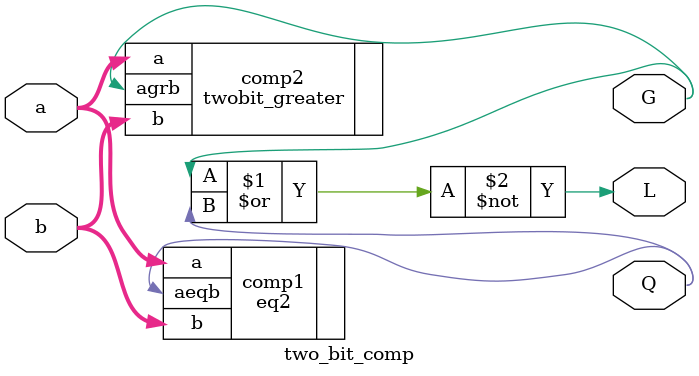
<source format=v>
module eight_bit_comp(
    input wire [7:0] a,b,
    output wire G, Q, L
    );
    
    wire [1:0] g, l, q;
    
    four_bit_comp comp1 (.a(a[7:4]), .b(b[7:4]), .G(g[1]), .Q(q[1]), .L(l[1]));
    four_bit_comp comp2 (.a(a[3:0]), .b(b[3:0]), .G(g[0]), .Q(q[0]), .L(l[0]));
    
    assign G = (g[1])|(q[1]&g[0]);
    assign L = (l[1])|(q[1]&l[0]);
    assign Q = q[0]&q[1];
    
endmodule

module four_bit_comp(
    input wire [3:0] a,b,
    output wire G, Q, L
    );
    
    wire [1:0] g, l, q;
    
    two_bit_comp comp1(.a(a[3:2]), .b(b[3:2]), .G(g[1]), .Q(q[1]), .L(l[1]));
    two_bit_comp comp2(.a(a[1:0]), .b(b[1:0]), .G(g[0]), .Q(q[0]), .L(l[0]));
    
    assign G = (g[1])|(q[1]&g[0]);
    assign L = (l[1])|(q[1]&l[0]);
    assign Q = q[0]&q[1];
    
endmodule
    
    
module two_bit_comp(
    input wire [1:0] a,b,
    output wire G, Q, L
    );
    
    eq2 comp1(.a(a), .b(b), .aeqb(Q));
    twobit_greater comp2(.a(a), .b(b), .agrb(G));
    nor g1 (L, G, Q);
    
endmodule
</source>
